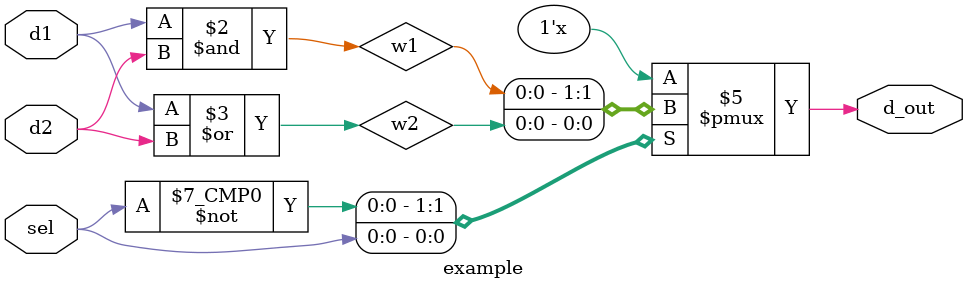
<source format=v>
module example (d1,d2,sel,d_out);
  input d1,d2,sel;
  output reg d_out;
  reg w1,w2;
  always @(*)
    begin
    w1=d1&d2;
    w2=d1|d2;
    end
 always @(*)
 begin 
   case(sel)
     1'b0 : d_out = w1;
     1'b1 : d_out = w2;
   endcase
 end
  //assign w=a&b;
 //assign c=w|b;
endmodule

</source>
